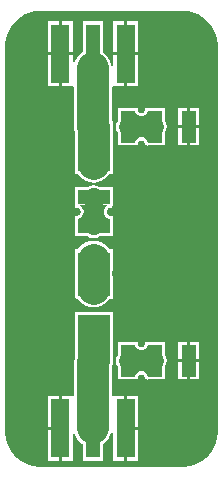
<source format=gbr>
%TF.GenerationSoftware,Altium Limited,Altium Designer,20.0.10 (225)*%
G04 Layer_Physical_Order=1*
G04 Layer_Color=255*
%FSLAX26Y26*%
%MOIN*%
%TF.FileFunction,Copper,L1,Top,Signal*%
%TF.Part,Single*%
G01*
G75*
%TA.AperFunction,SMDPad,CuDef*%
%ADD10R,0.049213X0.106299*%
%ADD11R,0.106299X0.049213*%
%ADD12R,0.062992X0.196850*%
%ADD13R,0.047244X0.196850*%
%TA.AperFunction,Conductor*%
%ADD14C,0.105236*%
%ADD15C,0.059055*%
%TA.AperFunction,ViaPad*%
%ADD16C,0.050000*%
G36*
X4314430Y4863727D02*
X4329385Y4859720D01*
X4343689Y4853795D01*
X4357098Y4846053D01*
X4369381Y4836628D01*
X4380329Y4825680D01*
X4389754Y4813397D01*
X4397496Y4799989D01*
X4403421Y4785685D01*
X4407428Y4770729D01*
X4409449Y4755379D01*
Y4747638D01*
Y3464567D01*
Y3456825D01*
X4407428Y3441475D01*
X4403421Y3426520D01*
X4397496Y3412216D01*
X4389754Y3398807D01*
X4380329Y3386524D01*
X4369381Y3375576D01*
X4357098Y3366151D01*
X4343689Y3358410D01*
X4329385Y3352485D01*
X4314430Y3348477D01*
X4299080Y3346457D01*
X3811156D01*
X3795806Y3348477D01*
X3780851Y3352485D01*
X3766547Y3358410D01*
X3753138Y3366151D01*
X3740855Y3375576D01*
X3729907Y3386524D01*
X3720482Y3398807D01*
X3712740Y3412216D01*
X3706816Y3426520D01*
X3702808Y3441475D01*
X3700787Y3456825D01*
Y3464567D01*
Y4747638D01*
Y4755379D01*
X3702808Y4770729D01*
X3706816Y4785685D01*
X3712740Y4799989D01*
X3720482Y4813397D01*
X3729907Y4825680D01*
X3740855Y4836628D01*
X3753138Y4846053D01*
X3766547Y4853795D01*
X3780851Y4859720D01*
X3795806Y4863727D01*
X3811156Y4865748D01*
X4299080D01*
X4314430Y4863727D01*
D02*
G37*
%LPC*%
G36*
X4142894Y4830472D02*
X4106398D01*
Y4727047D01*
X4142894D01*
Y4830472D01*
D02*
G37*
G36*
X4096398D02*
X4059901D01*
Y4727047D01*
X4096398D01*
Y4830472D01*
D02*
G37*
G36*
X3924783D02*
X3888287D01*
Y4727047D01*
X3924783D01*
Y4830472D01*
D02*
G37*
G36*
X3878287D02*
X3841791D01*
Y4727047D01*
X3878287D01*
Y4830472D01*
D02*
G37*
G36*
X4025964D02*
X3958720D01*
Y4727834D01*
X3957385Y4727120D01*
X3947851Y4719295D01*
X3940025Y4709760D01*
X3934211Y4698882D01*
X3930630Y4687078D01*
X3929783Y4678479D01*
X3924783Y4678724D01*
Y4717047D01*
X3888287D01*
Y4613622D01*
X3924421D01*
X3924783Y4613622D01*
X3929421Y4612748D01*
Y4480532D01*
X3930630Y4468256D01*
X3932605Y4461748D01*
X3932153Y4390709D01*
X3931850D01*
Y4380970D01*
X3931774Y4380589D01*
X3931850Y4380207D01*
Y4321496D01*
X3942495D01*
X3942683Y4321145D01*
X3950508Y4311610D01*
X3960043Y4303785D01*
X3970921Y4297971D01*
X3982725Y4294390D01*
X3995000Y4293181D01*
X4007275Y4294390D01*
X4019079Y4297971D01*
X4029957Y4303785D01*
X4039492Y4311610D01*
X4040023Y4312142D01*
X4047700Y4321496D01*
X4058150D01*
Y4353557D01*
X4058453Y4356634D01*
Y4465792D01*
X4059039Y4467725D01*
X4060248Y4480000D01*
X4059039Y4492275D01*
X4055458Y4504079D01*
X4055264Y4504443D01*
Y4612748D01*
X4059901Y4613622D01*
X4060264Y4613622D01*
X4096398D01*
Y4717047D01*
X4059901D01*
Y4678724D01*
X4054901Y4678479D01*
X4054055Y4687078D01*
X4050474Y4698882D01*
X4044659Y4709760D01*
X4036834Y4719295D01*
X4027300Y4727120D01*
X4025964Y4727834D01*
Y4830472D01*
D02*
G37*
G36*
X4142894Y4717047D02*
X4106398D01*
Y4613622D01*
X4142894D01*
Y4717047D01*
D02*
G37*
G36*
X3878287D02*
X3841791D01*
Y4613622D01*
X3878287D01*
Y4717047D01*
D02*
G37*
G36*
X4174966Y4543225D02*
X4174585Y4543150D01*
X4164846D01*
Y4534275D01*
X4164460Y4531356D01*
X4163866Y4530015D01*
X4162615Y4528521D01*
X4160213Y4526746D01*
X4156376Y4524880D01*
X4154492Y4524266D01*
X4152608Y4524880D01*
X4148771Y4526746D01*
X4146369Y4528521D01*
X4145118Y4530015D01*
X4144524Y4531356D01*
X4144138Y4534275D01*
Y4543150D01*
X4134399D01*
X4134018Y4543225D01*
X4133636Y4543150D01*
X4074925D01*
Y4499743D01*
X4071021Y4490319D01*
X4069663Y4480000D01*
X4071021Y4469681D01*
X4074925Y4460257D01*
Y4416850D01*
X4133636D01*
X4134018Y4416775D01*
X4134399Y4416850D01*
X4144138D01*
Y4425725D01*
X4144524Y4428644D01*
X4145118Y4429985D01*
X4146369Y4431479D01*
X4148771Y4433254D01*
X4152608Y4435120D01*
X4154492Y4435734D01*
X4156376Y4435120D01*
X4160213Y4433254D01*
X4162615Y4431479D01*
X4163866Y4429985D01*
X4164460Y4428644D01*
X4164846Y4425725D01*
Y4416850D01*
X4174585D01*
X4174966Y4416775D01*
X4175348Y4416850D01*
X4234059D01*
Y4460257D01*
X4237963Y4469681D01*
X4239321Y4480000D01*
X4237963Y4490319D01*
X4234059Y4499743D01*
Y4543150D01*
X4175348D01*
X4174966Y4543225D01*
D02*
G37*
G36*
X4346264Y4543150D02*
X4316658D01*
Y4485000D01*
X4346264D01*
Y4543150D01*
D02*
G37*
G36*
X4306658D02*
X4277051D01*
Y4525674D01*
Y4485000D01*
X4306658D01*
Y4543150D01*
D02*
G37*
G36*
X4346264Y4475000D02*
X4316658D01*
Y4416850D01*
X4346264D01*
Y4475000D01*
D02*
G37*
G36*
X4306658D02*
X4277051D01*
Y4416850D01*
X4306658D01*
Y4475000D01*
D02*
G37*
G36*
X3995000Y4283766D02*
X3984681Y4282408D01*
X3975257Y4278504D01*
X3931850D01*
Y4219793D01*
X3931774Y4219411D01*
X3931850Y4219030D01*
Y4209291D01*
X3940725D01*
X3943644Y4208905D01*
X3944985Y4208310D01*
X3946479Y4207060D01*
X3948254Y4204658D01*
X3950120Y4200821D01*
X3951608Y4196250D01*
X3950120Y4191679D01*
X3948254Y4187842D01*
X3946479Y4185440D01*
X3944985Y4184189D01*
X3943644Y4183595D01*
X3940725Y4183209D01*
X3931850D01*
Y4173470D01*
X3931774Y4173089D01*
X3931850Y4172707D01*
Y4113996D01*
X3975257D01*
X3984681Y4110092D01*
X3995000Y4108734D01*
X4005319Y4110092D01*
X4014743Y4113996D01*
X4058150D01*
Y4172707D01*
X4058226Y4173089D01*
X4058150Y4173470D01*
Y4183209D01*
X4049275D01*
X4046356Y4183595D01*
X4045015Y4184189D01*
X4043521Y4185440D01*
X4041746Y4187842D01*
X4039880Y4191679D01*
X4038392Y4196250D01*
X4039880Y4200821D01*
X4041746Y4204658D01*
X4043521Y4207060D01*
X4045015Y4208310D01*
X4046356Y4208905D01*
X4049275Y4209291D01*
X4058150D01*
Y4219030D01*
X4058226Y4219411D01*
X4058150Y4219793D01*
Y4251635D01*
D01*
Y4268290D01*
Y4278504D01*
X4014743D01*
X4005319Y4282408D01*
X3995000Y4283766D01*
D02*
G37*
G36*
Y4099319D02*
X3982725Y4098110D01*
X3970921Y4094529D01*
X3960043Y4088715D01*
X3950508Y4080890D01*
X3942683Y4071355D01*
X3942495Y4071004D01*
X3931850D01*
Y4012293D01*
X3931774Y4011911D01*
X3931780Y4011882D01*
X3931775Y4011853D01*
X3931959Y3979603D01*
X3931850Y3974606D01*
X3931850D01*
Y3965737D01*
X3931834Y3965589D01*
X3931850Y3965406D01*
Y3964868D01*
X3931774Y3964486D01*
X3931850Y3964105D01*
Y3905394D01*
X3942495D01*
X3942683Y3905043D01*
X3950508Y3895508D01*
X3960043Y3887683D01*
X3970921Y3881869D01*
X3982725Y3878288D01*
X3995000Y3877079D01*
X4007275Y3878288D01*
X4019079Y3881869D01*
X4029957Y3887683D01*
X4039492Y3895508D01*
X4047317Y3905043D01*
X4047505Y3905394D01*
X4058150D01*
Y3907233D01*
D01*
Y3924953D01*
Y3964105D01*
X4058226Y3964486D01*
X4058220Y3964515D01*
X4058225Y3964545D01*
X4058041Y3996795D01*
X4058150Y4001791D01*
X4058150D01*
Y4010661D01*
X4058166Y4010809D01*
X4058150Y4010991D01*
Y4011530D01*
X4058226Y4011911D01*
X4058150Y4012293D01*
Y4071004D01*
X4047505D01*
X4047317Y4071355D01*
X4039492Y4080890D01*
X4029957Y4088715D01*
X4019079Y4094529D01*
X4007275Y4098110D01*
X3995000Y4099319D01*
D02*
G37*
G36*
X4174966Y3763226D02*
X4174585Y3763150D01*
X4164846D01*
Y3754275D01*
X4164460Y3751356D01*
X4163866Y3750015D01*
X4162615Y3748521D01*
X4160213Y3746746D01*
X4156376Y3744880D01*
X4154492Y3744267D01*
X4152608Y3744880D01*
X4148771Y3746746D01*
X4146369Y3748521D01*
X4145118Y3750015D01*
X4144524Y3751356D01*
X4144138Y3754275D01*
Y3763150D01*
X4134399D01*
X4134018Y3763226D01*
X4133636Y3763150D01*
X4074925D01*
Y3719743D01*
X4071021Y3710319D01*
X4069663Y3700000D01*
X4071021Y3689681D01*
X4074925Y3680257D01*
Y3636850D01*
X4133636D01*
X4134018Y3636774D01*
X4134399Y3636850D01*
X4144138D01*
Y3645725D01*
X4144524Y3648644D01*
X4145118Y3649985D01*
X4146369Y3651479D01*
X4148771Y3653254D01*
X4152608Y3655120D01*
X4154492Y3655733D01*
X4156376Y3655120D01*
X4160213Y3653254D01*
X4162615Y3651479D01*
X4163866Y3649985D01*
X4164460Y3648644D01*
X4164846Y3645725D01*
Y3636850D01*
X4174585D01*
X4174966Y3636774D01*
X4175348Y3636850D01*
X4234059D01*
Y3680257D01*
X4237963Y3689681D01*
X4239321Y3700000D01*
X4237963Y3710319D01*
X4234059Y3719743D01*
D01*
Y3763150D01*
X4175348D01*
X4174966Y3763226D01*
D02*
G37*
G36*
X4346264Y3763150D02*
X4316658D01*
Y3705000D01*
X4346264D01*
Y3763150D01*
D02*
G37*
G36*
X4306658D02*
X4277051D01*
Y3705000D01*
X4306658D01*
Y3763150D01*
D02*
G37*
G36*
X4346264Y3695000D02*
X4316658D01*
Y3636850D01*
X4346264D01*
Y3695000D01*
D02*
G37*
G36*
X4306658D02*
X4277051D01*
Y3636850D01*
X4306658D01*
Y3695000D01*
D02*
G37*
G36*
X3995532Y3862705D02*
X3992455Y3862402D01*
X3931850D01*
Y3793189D01*
X3932610D01*
Y3712082D01*
X3931386Y3708047D01*
X3930177Y3695772D01*
Y3483402D01*
X3929783Y3482696D01*
X3924783Y3483996D01*
D01*
Y3583228D01*
X3888287D01*
Y3474803D01*
X3883287D01*
D01*
X3888287D01*
Y3366378D01*
X3924783D01*
Y3366378D01*
Y3470883D01*
D01*
D01*
X3929783Y3471128D01*
X3930630Y3462528D01*
D01*
X3934211Y3450724D01*
X3940025Y3439846D01*
X3947851Y3430311D01*
X3957385Y3422486D01*
X3958720Y3421773D01*
Y3366378D01*
X4025964D01*
Y3367466D01*
Y3421773D01*
X4027300Y3422486D01*
X4036834Y3430311D01*
X4037590Y3431067D01*
X4045415Y3440602D01*
X4051230Y3451480D01*
X4054811Y3463284D01*
X4054901Y3464208D01*
X4059901Y3463962D01*
Y3366378D01*
X4096398D01*
Y3474803D01*
Y3583228D01*
X4061020D01*
X4059901Y3583229D01*
X4056019Y3585927D01*
Y3677771D01*
X4059039Y3687725D01*
X4060248Y3700000D01*
X4059039Y3712275D01*
X4058453Y3714208D01*
Y3799784D01*
X4058150Y3802860D01*
Y3862402D01*
X3998608D01*
X3995532Y3862705D01*
D02*
G37*
G36*
X4106398Y3583228D02*
Y3479803D01*
X4142894D01*
Y3583228D01*
X4106398D01*
D02*
G37*
G36*
X3878287D02*
X3841791D01*
Y3479803D01*
X3878287D01*
Y3583228D01*
D02*
G37*
G36*
X4142894Y3469803D02*
X4106398D01*
Y3366378D01*
X4142894D01*
Y3469803D01*
D02*
G37*
G36*
X3878287D02*
X3841791D01*
Y3366378D01*
X3878287D01*
Y3469803D01*
D02*
G37*
%LPD*%
G36*
X4048030Y4380589D02*
X3941970D01*
X3942150Y4381577D01*
X3942310Y4384544D01*
X3942913Y4479468D01*
X4048150D01*
X4048030Y4380589D01*
D02*
G37*
G36*
X4174966Y4510246D02*
X4181852Y4509763D01*
X4193073Y4509528D01*
Y4450472D01*
X4181852Y4450237D01*
X4174966Y4449552D01*
Y4426970D01*
X4174376Y4431436D01*
X4172604Y4435431D01*
X4169651Y4438956D01*
X4165518Y4442012D01*
X4160203Y4444597D01*
X4154492Y4446456D01*
X4148782Y4444597D01*
X4143467Y4442012D01*
X4139333Y4438956D01*
X4136380Y4435431D01*
X4134608Y4431436D01*
X4134018Y4426970D01*
Y4449754D01*
X4127132Y4450237D01*
X4115911Y4450472D01*
Y4509528D01*
X4127132Y4509763D01*
X4134018Y4510448D01*
Y4533030D01*
X4134608Y4528564D01*
X4136380Y4524569D01*
X4139333Y4521044D01*
X4143467Y4517988D01*
X4148782Y4515403D01*
X4154492Y4513544D01*
X4160203Y4515403D01*
X4165518Y4517988D01*
X4169651Y4521044D01*
X4172604Y4524569D01*
X4174376Y4528564D01*
X4174966Y4533030D01*
Y4510246D01*
D02*
G37*
G36*
X4024763Y4220923D02*
X4024913Y4219411D01*
X4048030D01*
X4043564Y4218821D01*
X4039569Y4217049D01*
X4036044Y4214096D01*
X4032988Y4209962D01*
X4030403Y4204648D01*
X4028288Y4198151D01*
X4027880Y4196250D01*
X4028288Y4194348D01*
X4030403Y4187852D01*
X4032988Y4182537D01*
X4036044Y4178404D01*
X4039569Y4175451D01*
X4043564Y4173679D01*
X4048030Y4173089D01*
X4024869D01*
X4024763Y4171577D01*
X4024528Y4160356D01*
X3965472D01*
X3965237Y4171577D01*
X3965087Y4173089D01*
X3941970D01*
X3946436Y4173679D01*
X3950431Y4175451D01*
X3953956Y4178404D01*
X3957012Y4182537D01*
X3959597Y4187852D01*
X3961712Y4194348D01*
X3962120Y4196250D01*
X3961712Y4198151D01*
X3959597Y4204648D01*
X3957012Y4209962D01*
X3953956Y4214096D01*
X3950431Y4217049D01*
X3946436Y4218821D01*
X3941970Y4219411D01*
X3965131D01*
X3965237Y4220923D01*
X3965472Y4232144D01*
X4024528D01*
X4024763Y4220923D01*
D02*
G37*
G36*
X4047758Y4011911D02*
X4048030D01*
X4047951Y4011192D01*
X4047881Y4009035D01*
X4047839Y3997835D01*
X4048030Y3964486D01*
X4047711D01*
X4047618Y3940000D01*
X3942382D01*
X3942242Y3964486D01*
X3941970D01*
X3942049Y3965205D01*
X3942119Y3967363D01*
X3942161Y3978563D01*
X3941970Y4011911D01*
X3942289D01*
X3942382Y4036398D01*
X4047618D01*
X4047758Y4011911D01*
D02*
G37*
G36*
X4174966Y3730246D02*
X4181852Y3729763D01*
X4193073Y3729528D01*
Y3670472D01*
X4181852Y3670237D01*
X4174966Y3669552D01*
Y3646970D01*
X4174376Y3651436D01*
X4172604Y3655431D01*
X4169651Y3658956D01*
X4165518Y3662012D01*
X4160203Y3664597D01*
X4154492Y3666456D01*
X4148782Y3664597D01*
X4143467Y3662012D01*
X4139333Y3658956D01*
X4136380Y3655431D01*
X4134608Y3651436D01*
X4134018Y3646970D01*
Y3669754D01*
X4127132Y3670237D01*
X4115911Y3670472D01*
Y3729528D01*
X4127132Y3729763D01*
X4134018Y3730448D01*
Y3753030D01*
X4134608Y3748564D01*
X4136380Y3744569D01*
X4139333Y3741044D01*
X4143467Y3737988D01*
X4148782Y3735403D01*
X4154492Y3733544D01*
X4160203Y3735403D01*
X4165518Y3737988D01*
X4169651Y3741044D01*
X4172604Y3744569D01*
X4174376Y3748564D01*
X4174966Y3753030D01*
Y3730246D01*
D02*
G37*
D10*
X4199453Y3700000D02*
D03*
X4311657D02*
D03*
X3997327D02*
D03*
X4109531D02*
D03*
X4199453Y4480000D02*
D03*
X4311657D02*
D03*
X3997327D02*
D03*
X4109531D02*
D03*
D11*
X3995000Y3940000D02*
D03*
Y3827795D02*
D03*
Y4148602D02*
D03*
Y4036398D02*
D03*
Y4356102D02*
D03*
Y4243898D02*
D03*
D12*
X4101398Y4722047D02*
D03*
X3883287D02*
D03*
Y3474803D02*
D03*
X4101398D02*
D03*
D13*
X3992342Y4722047D02*
D03*
Y3474803D02*
D03*
D14*
Y4480532D02*
Y4674803D01*
X3996063Y4480000D02*
X3997327D01*
X3992874D02*
X3996063D01*
X3992342Y4480532D02*
X3992874Y4480000D01*
X3993098Y3695772D02*
X3997327Y3700000D01*
X3993098Y3475559D02*
Y3695772D01*
X3992342Y3474803D02*
X3993098Y3475559D01*
X3995532Y3700532D02*
X3996063Y3700000D01*
X3995532Y3700532D02*
Y3799784D01*
X3995000Y3940000D02*
Y4036398D01*
Y4356102D02*
X3995532Y4356634D01*
Y4479468D01*
X3996063Y4480000D01*
D15*
X4109531Y3700000D02*
X4199453D01*
X3995000Y4148602D02*
Y4243898D01*
X4109531Y4480000D02*
X4199453D01*
D16*
X4185000Y4660000D02*
D03*
X3810000Y4730000D02*
D03*
X3885000Y4570000D02*
D03*
X3855000Y3625000D02*
D03*
X4105906Y3610084D02*
D03*
X4215000Y4375000D02*
D03*
X4190000Y4605000D02*
D03*
X4199453Y3586359D02*
D03*
X4233196Y3787249D02*
D03*
X3910153Y4204356D02*
D03*
X3906548Y4124910D02*
D03*
Y4045383D02*
D03*
X3906626Y3965855D02*
D03*
X3920619Y3887568D02*
D03*
X4100000Y3960000D02*
D03*
X4095000Y4040000D02*
D03*
X4082991Y4120496D02*
D03*
X4077327Y4199822D02*
D03*
X4081588Y4279235D02*
D03*
X3906548Y3827910D02*
D03*
X3907157Y3748385D02*
D03*
X3903968Y3668921D02*
D03*
X4083906Y3790509D02*
D03*
X4078797Y3869872D02*
D03*
X3903968Y4499222D02*
D03*
X3907157Y4419759D02*
D03*
X3906548Y4340234D02*
D03*
X4083452Y4340348D02*
D03*
X4325000Y3400000D02*
D03*
X4145000Y4380000D02*
D03*
%TF.MD5,7586dfebcf3f3a47772c134d18f505c7*%
M02*

</source>
